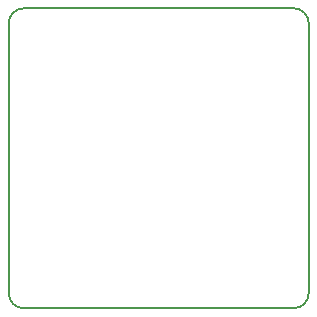
<source format=gm1>
G04 #@! TF.GenerationSoftware,KiCad,Pcbnew,(5.0.0-rc2-dev-262-gdfd2a8fc4)*
G04 #@! TF.CreationDate,2018-03-21T15:36:15-07:00*
G04 #@! TF.ProjectId,BaseBandAmp_03202018,4261736542616E64416D705F30333230,rev?*
G04 #@! TF.SameCoordinates,Original*
G04 #@! TF.FileFunction,Profile,NP*
%FSLAX46Y46*%
G04 Gerber Fmt 4.6, Leading zero omitted, Abs format (unit mm)*
G04 Created by KiCad (PCBNEW (5.0.0-rc2-dev-262-gdfd2a8fc4)) date 03/21/18 15:36:15*
%MOMM*%
%LPD*%
G01*
G04 APERTURE LIST*
%ADD10C,0.200000*%
G04 APERTURE END LIST*
D10*
X128270000Y-55880000D02*
X151130000Y-55880000D01*
X127000000Y-80010000D02*
X127000000Y-57150000D01*
X151130000Y-81280000D02*
X128270000Y-81280000D01*
X152400000Y-57150000D02*
X152400000Y-80010000D01*
X151130000Y-81280000D02*
G75*
G03X152400000Y-80010000I0J1270000D01*
G01*
X127000000Y-80010000D02*
G75*
G03X128270000Y-81280000I1270000J0D01*
G01*
X128270000Y-55880000D02*
G75*
G03X127000000Y-57150000I0J-1270000D01*
G01*
X152400000Y-57150000D02*
G75*
G03X151130000Y-55880000I-1270000J0D01*
G01*
M02*

</source>
